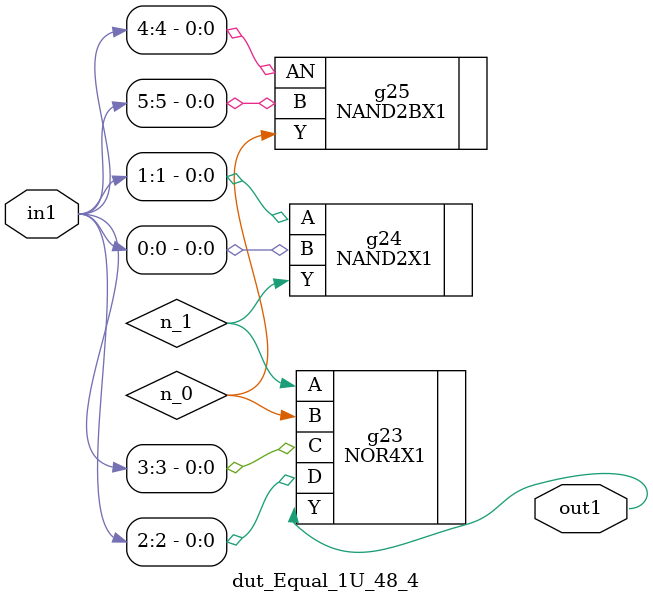
<source format=v>
`timescale 1ps / 1ps


module dut_Equal_1U_48_4(in1, out1);
  input [5:0] in1;
  output out1;
  wire [5:0] in1;
  wire out1;
  wire n_0, n_1;
  NOR4X1 g23(.A (n_1), .B (n_0), .C (in1[3]), .D (in1[2]), .Y (out1));
  NAND2X1 g24(.A (in1[1]), .B (in1[0]), .Y (n_1));
  NAND2BX1 g25(.AN (in1[4]), .B (in1[5]), .Y (n_0));
endmodule



</source>
